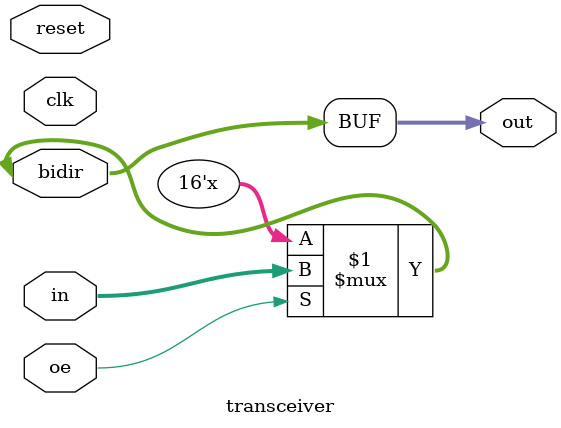
<source format=v>
module transceiver(input wire clk, reset, oe, input wire [15:0] in, output wire [15:0] out, inout wire [15:0] bidir);
    assign bidir = oe ? in : 16'bz;
    assign out = bidir;
endmodule
</source>
